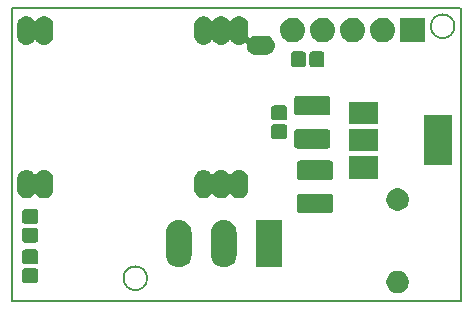
<source format=gbr>
G04 #@! TF.GenerationSoftware,KiCad,Pcbnew,(5.0.0)*
G04 #@! TF.CreationDate,2019-01-26T11:16:20+03:00*
G04 #@! TF.ProjectId,stm32mc,73746D33326D632E6B696361645F7063,rev?*
G04 #@! TF.SameCoordinates,Original*
G04 #@! TF.FileFunction,Soldermask,Top*
G04 #@! TF.FilePolarity,Negative*
%FSLAX46Y46*%
G04 Gerber Fmt 4.6, Leading zero omitted, Abs format (unit mm)*
G04 Created by KiCad (PCBNEW (5.0.0)) date 01/26/19 11:16:20*
%MOMM*%
%LPD*%
G01*
G04 APERTURE LIST*
%ADD10C,0.150000*%
%ADD11C,0.100000*%
G04 APERTURE END LIST*
D10*
X58531000Y-19050000D02*
G75*
G03X58531000Y-19050000I-1000000J0D01*
G01*
X32512000Y-40386000D02*
G75*
G03X32512000Y-40386000I-1000000J0D01*
G01*
X59055000Y-42291000D02*
X59055000Y-17526000D01*
X59024000Y-17507000D02*
X21082000Y-17526000D01*
X21082000Y-42291000D02*
X59055000Y-42291000D01*
X21082000Y-17526000D02*
X21082000Y-42291000D01*
D11*
G36*
X53860452Y-39775127D02*
X53998105Y-39802508D01*
X54170994Y-39874121D01*
X54326590Y-39978087D01*
X54458913Y-40110410D01*
X54562879Y-40266006D01*
X54634492Y-40438895D01*
X54671000Y-40622433D01*
X54671000Y-40809567D01*
X54634492Y-40993105D01*
X54562879Y-41165994D01*
X54458913Y-41321590D01*
X54326590Y-41453913D01*
X54170994Y-41557879D01*
X53998105Y-41629492D01*
X53860452Y-41656873D01*
X53814568Y-41666000D01*
X53627432Y-41666000D01*
X53581548Y-41656873D01*
X53443895Y-41629492D01*
X53271006Y-41557879D01*
X53115410Y-41453913D01*
X52983087Y-41321590D01*
X52879121Y-41165994D01*
X52807508Y-40993105D01*
X52771000Y-40809567D01*
X52771000Y-40622433D01*
X52807508Y-40438895D01*
X52879121Y-40266006D01*
X52983087Y-40110410D01*
X53115410Y-39978087D01*
X53271006Y-39874121D01*
X53443895Y-39802508D01*
X53581548Y-39775127D01*
X53627432Y-39766000D01*
X53814568Y-39766000D01*
X53860452Y-39775127D01*
X53860452Y-39775127D01*
G37*
G36*
X23074622Y-39525517D02*
X23122585Y-39540066D01*
X23166775Y-39563686D01*
X23205518Y-39595482D01*
X23237314Y-39634225D01*
X23260934Y-39678415D01*
X23275483Y-39726378D01*
X23281000Y-39782391D01*
X23281000Y-40532609D01*
X23275483Y-40588622D01*
X23260934Y-40636585D01*
X23237314Y-40680775D01*
X23205518Y-40719518D01*
X23166775Y-40751314D01*
X23122585Y-40774934D01*
X23074622Y-40789483D01*
X23018609Y-40795000D01*
X22193391Y-40795000D01*
X22137378Y-40789483D01*
X22089415Y-40774934D01*
X22045225Y-40751314D01*
X22006482Y-40719518D01*
X21974686Y-40680775D01*
X21951066Y-40636585D01*
X21936517Y-40588622D01*
X21931000Y-40532609D01*
X21931000Y-39782391D01*
X21936517Y-39726378D01*
X21951066Y-39678415D01*
X21974686Y-39634225D01*
X22006482Y-39595482D01*
X22045225Y-39563686D01*
X22089415Y-39540066D01*
X22137378Y-39525517D01*
X22193391Y-39520000D01*
X23018609Y-39520000D01*
X23074622Y-39525517D01*
X23074622Y-39525517D01*
G37*
G36*
X39204639Y-35480916D02*
X39411986Y-35543815D01*
X39411988Y-35543816D01*
X39603084Y-35645958D01*
X39770581Y-35783419D01*
X39908042Y-35950916D01*
X39993643Y-36111066D01*
X40010185Y-36142014D01*
X40029360Y-36205225D01*
X40073084Y-36349362D01*
X40089000Y-36510964D01*
X40089000Y-38419036D01*
X40073084Y-38580638D01*
X40010184Y-38787988D01*
X39908042Y-38979084D01*
X39770581Y-39146581D01*
X39603084Y-39284042D01*
X39411987Y-39386184D01*
X39411985Y-39386185D01*
X39204638Y-39449084D01*
X38989000Y-39470322D01*
X38773361Y-39449084D01*
X38566014Y-39386185D01*
X38566012Y-39386184D01*
X38374916Y-39284042D01*
X38207419Y-39146581D01*
X38069958Y-38979084D01*
X37967816Y-38787987D01*
X37904917Y-38580639D01*
X37904916Y-38580638D01*
X37889000Y-38419037D01*
X37889000Y-36510963D01*
X37904917Y-36349361D01*
X37967816Y-36142014D01*
X37984358Y-36111066D01*
X38069959Y-35950916D01*
X38207420Y-35783419D01*
X38374917Y-35645958D01*
X38566013Y-35543816D01*
X38566015Y-35543815D01*
X38773362Y-35480916D01*
X38989000Y-35459678D01*
X39204639Y-35480916D01*
X39204639Y-35480916D01*
G37*
G36*
X35394639Y-35480916D02*
X35601986Y-35543815D01*
X35601988Y-35543816D01*
X35793084Y-35645958D01*
X35960581Y-35783419D01*
X36098042Y-35950916D01*
X36183643Y-36111066D01*
X36200185Y-36142014D01*
X36219360Y-36205225D01*
X36263084Y-36349362D01*
X36279000Y-36510964D01*
X36279000Y-38419036D01*
X36263084Y-38580638D01*
X36200184Y-38787988D01*
X36098042Y-38979084D01*
X35960581Y-39146581D01*
X35793084Y-39284042D01*
X35601987Y-39386184D01*
X35601985Y-39386185D01*
X35394638Y-39449084D01*
X35179000Y-39470322D01*
X34963361Y-39449084D01*
X34756014Y-39386185D01*
X34756012Y-39386184D01*
X34564916Y-39284042D01*
X34397419Y-39146581D01*
X34259958Y-38979084D01*
X34157816Y-38787987D01*
X34094917Y-38580639D01*
X34094916Y-38580638D01*
X34079000Y-38419037D01*
X34079000Y-36510963D01*
X34094917Y-36349361D01*
X34157816Y-36142014D01*
X34174358Y-36111066D01*
X34259959Y-35950916D01*
X34397420Y-35783419D01*
X34564917Y-35645958D01*
X34756013Y-35543816D01*
X34756015Y-35543815D01*
X34963362Y-35480916D01*
X35179000Y-35459678D01*
X35394639Y-35480916D01*
X35394639Y-35480916D01*
G37*
G36*
X43899000Y-39465000D02*
X41699000Y-39465000D01*
X41699000Y-35465000D01*
X43899000Y-35465000D01*
X43899000Y-39465000D01*
X43899000Y-39465000D01*
G37*
G36*
X23074622Y-37950517D02*
X23122585Y-37965066D01*
X23166775Y-37988686D01*
X23205518Y-38020482D01*
X23237314Y-38059225D01*
X23260934Y-38103415D01*
X23275483Y-38151378D01*
X23281000Y-38207391D01*
X23281000Y-38957609D01*
X23275483Y-39013622D01*
X23260934Y-39061585D01*
X23237314Y-39105775D01*
X23205518Y-39144518D01*
X23166775Y-39176314D01*
X23122585Y-39199934D01*
X23074622Y-39214483D01*
X23018609Y-39220000D01*
X22193391Y-39220000D01*
X22137378Y-39214483D01*
X22089415Y-39199934D01*
X22045225Y-39176314D01*
X22006482Y-39144518D01*
X21974686Y-39105775D01*
X21951066Y-39061585D01*
X21936517Y-39013622D01*
X21931000Y-38957609D01*
X21931000Y-38207391D01*
X21936517Y-38151378D01*
X21951066Y-38103415D01*
X21974686Y-38059225D01*
X22006482Y-38020482D01*
X22045225Y-37988686D01*
X22089415Y-37965066D01*
X22137378Y-37950517D01*
X22193391Y-37945000D01*
X23018609Y-37945000D01*
X23074622Y-37950517D01*
X23074622Y-37950517D01*
G37*
G36*
X23074622Y-36096517D02*
X23122585Y-36111066D01*
X23166775Y-36134686D01*
X23205518Y-36166482D01*
X23237314Y-36205225D01*
X23260934Y-36249415D01*
X23275483Y-36297378D01*
X23281000Y-36353391D01*
X23281000Y-37103609D01*
X23275483Y-37159622D01*
X23260934Y-37207585D01*
X23237314Y-37251775D01*
X23205518Y-37290518D01*
X23166775Y-37322314D01*
X23122585Y-37345934D01*
X23074622Y-37360483D01*
X23018609Y-37366000D01*
X22193391Y-37366000D01*
X22137378Y-37360483D01*
X22089415Y-37345934D01*
X22045225Y-37322314D01*
X22006482Y-37290518D01*
X21974686Y-37251775D01*
X21951066Y-37207585D01*
X21936517Y-37159622D01*
X21931000Y-37103609D01*
X21931000Y-36353391D01*
X21936517Y-36297378D01*
X21951066Y-36249415D01*
X21974686Y-36205225D01*
X22006482Y-36166482D01*
X22045225Y-36134686D01*
X22089415Y-36111066D01*
X22137378Y-36096517D01*
X22193391Y-36091000D01*
X23018609Y-36091000D01*
X23074622Y-36096517D01*
X23074622Y-36096517D01*
G37*
G36*
X23074622Y-34521517D02*
X23122585Y-34536066D01*
X23166775Y-34559686D01*
X23205518Y-34591482D01*
X23237314Y-34630225D01*
X23260934Y-34674415D01*
X23275483Y-34722378D01*
X23281000Y-34778391D01*
X23281000Y-35528609D01*
X23275483Y-35584622D01*
X23260934Y-35632585D01*
X23237314Y-35676775D01*
X23205518Y-35715518D01*
X23166775Y-35747314D01*
X23122585Y-35770934D01*
X23074622Y-35785483D01*
X23018609Y-35791000D01*
X22193391Y-35791000D01*
X22137378Y-35785483D01*
X22089415Y-35770934D01*
X22045225Y-35747314D01*
X22006482Y-35715518D01*
X21974686Y-35676775D01*
X21951066Y-35632585D01*
X21936517Y-35584622D01*
X21931000Y-35528609D01*
X21931000Y-34778391D01*
X21936517Y-34722378D01*
X21951066Y-34674415D01*
X21974686Y-34630225D01*
X22006482Y-34591482D01*
X22045225Y-34559686D01*
X22089415Y-34536066D01*
X22137378Y-34521517D01*
X22193391Y-34516000D01*
X23018609Y-34516000D01*
X23074622Y-34521517D01*
X23074622Y-34521517D01*
G37*
G36*
X48055628Y-33219493D02*
X48103354Y-33233970D01*
X48147336Y-33257479D01*
X48185885Y-33289115D01*
X48217521Y-33327664D01*
X48241030Y-33371646D01*
X48255507Y-33419372D01*
X48261000Y-33475141D01*
X48261000Y-34602859D01*
X48255507Y-34658628D01*
X48241030Y-34706354D01*
X48217521Y-34750336D01*
X48185885Y-34788885D01*
X48147336Y-34820521D01*
X48103354Y-34844030D01*
X48055628Y-34858507D01*
X47999859Y-34864000D01*
X45472141Y-34864000D01*
X45416372Y-34858507D01*
X45368646Y-34844030D01*
X45324664Y-34820521D01*
X45286115Y-34788885D01*
X45254479Y-34750336D01*
X45230970Y-34706354D01*
X45216493Y-34658628D01*
X45211000Y-34602859D01*
X45211000Y-33475141D01*
X45216493Y-33419372D01*
X45230970Y-33371646D01*
X45254479Y-33327664D01*
X45286115Y-33289115D01*
X45324664Y-33257479D01*
X45368646Y-33233970D01*
X45416372Y-33219493D01*
X45472141Y-33214000D01*
X47999859Y-33214000D01*
X48055628Y-33219493D01*
X48055628Y-33219493D01*
G37*
G36*
X53860451Y-32775127D02*
X53998105Y-32802508D01*
X54170994Y-32874121D01*
X54326590Y-32978087D01*
X54458913Y-33110410D01*
X54562879Y-33266006D01*
X54634492Y-33438895D01*
X54655399Y-33544000D01*
X54665827Y-33596424D01*
X54671000Y-33622433D01*
X54671000Y-33809567D01*
X54634492Y-33993105D01*
X54562879Y-34165994D01*
X54458913Y-34321590D01*
X54326590Y-34453913D01*
X54170994Y-34557879D01*
X53998105Y-34629492D01*
X53860451Y-34656873D01*
X53814568Y-34666000D01*
X53627432Y-34666000D01*
X53581549Y-34656873D01*
X53443895Y-34629492D01*
X53271006Y-34557879D01*
X53115410Y-34453913D01*
X52983087Y-34321590D01*
X52879121Y-34165994D01*
X52807508Y-33993105D01*
X52771000Y-33809567D01*
X52771000Y-33622433D01*
X52776174Y-33596424D01*
X52786601Y-33544000D01*
X52807508Y-33438895D01*
X52879121Y-33266006D01*
X52983087Y-33110410D01*
X53115410Y-32978087D01*
X53271006Y-32874121D01*
X53443895Y-32802508D01*
X53581549Y-32775127D01*
X53627432Y-32766000D01*
X53814568Y-32766000D01*
X53860451Y-32775127D01*
X53860451Y-32775127D01*
G37*
G36*
X40434826Y-31219576D02*
X40510227Y-31242449D01*
X40585628Y-31265321D01*
X40724604Y-31339606D01*
X40724606Y-31339607D01*
X40724605Y-31339607D01*
X40846422Y-31439578D01*
X40846423Y-31439580D01*
X40846425Y-31439581D01*
X40946392Y-31561392D01*
X41020679Y-31700371D01*
X41030880Y-31734000D01*
X41066424Y-31851173D01*
X41078000Y-31968707D01*
X41078000Y-32847293D01*
X41066424Y-32964827D01*
X41062401Y-32978089D01*
X41020679Y-33115629D01*
X40946392Y-33254608D01*
X40846422Y-33376422D01*
X40724608Y-33476392D01*
X40585629Y-33550679D01*
X40510227Y-33573552D01*
X40434827Y-33596424D01*
X40278000Y-33611870D01*
X40121174Y-33596424D01*
X40045774Y-33573552D01*
X39970372Y-33550679D01*
X39831393Y-33476392D01*
X39709579Y-33376422D01*
X39624627Y-33272908D01*
X39607300Y-33255581D01*
X39586926Y-33241967D01*
X39564287Y-33232589D01*
X39540253Y-33227809D01*
X39515749Y-33227809D01*
X39491716Y-33232589D01*
X39469076Y-33241967D01*
X39448702Y-33255581D01*
X39431375Y-33272907D01*
X39367009Y-33351336D01*
X39350342Y-33371646D01*
X39346420Y-33376424D01*
X39224608Y-33476392D01*
X39085629Y-33550679D01*
X39010227Y-33573552D01*
X38934827Y-33596424D01*
X38778000Y-33611870D01*
X38621174Y-33596424D01*
X38545774Y-33573552D01*
X38470372Y-33550679D01*
X38331393Y-33476392D01*
X38209579Y-33376422D01*
X38124627Y-33272908D01*
X38107300Y-33255581D01*
X38086926Y-33241967D01*
X38064287Y-33232589D01*
X38040253Y-33227809D01*
X38015749Y-33227809D01*
X37991716Y-33232589D01*
X37969076Y-33241967D01*
X37948702Y-33255581D01*
X37931375Y-33272907D01*
X37867009Y-33351336D01*
X37850342Y-33371646D01*
X37846420Y-33376424D01*
X37724608Y-33476392D01*
X37585629Y-33550679D01*
X37510227Y-33573552D01*
X37434827Y-33596424D01*
X37278000Y-33611870D01*
X37121174Y-33596424D01*
X37045774Y-33573552D01*
X36970372Y-33550679D01*
X36831393Y-33476392D01*
X36709579Y-33376422D01*
X36609609Y-33254608D01*
X36535322Y-33115629D01*
X36493600Y-32978089D01*
X36489577Y-32964827D01*
X36480643Y-32874122D01*
X36478000Y-32847294D01*
X36478000Y-31968706D01*
X36489576Y-31851175D01*
X36489577Y-31851173D01*
X36535321Y-31700373D01*
X36535321Y-31700372D01*
X36609606Y-31561396D01*
X36709576Y-31439581D01*
X36709578Y-31439578D01*
X36709580Y-31439577D01*
X36709581Y-31439575D01*
X36831392Y-31339608D01*
X36970371Y-31265321D01*
X37045772Y-31242449D01*
X37121173Y-31219576D01*
X37278000Y-31204130D01*
X37434826Y-31219576D01*
X37510227Y-31242449D01*
X37585628Y-31265321D01*
X37724604Y-31339606D01*
X37724606Y-31339607D01*
X37724605Y-31339607D01*
X37846422Y-31439578D01*
X37846423Y-31439580D01*
X37846425Y-31439581D01*
X37931374Y-31543092D01*
X37948701Y-31560419D01*
X37969075Y-31574033D01*
X37991714Y-31583411D01*
X38015748Y-31588191D01*
X38040252Y-31588191D01*
X38064285Y-31583411D01*
X38086925Y-31574033D01*
X38107299Y-31560419D01*
X38124626Y-31543092D01*
X38209578Y-31439578D01*
X38331392Y-31339608D01*
X38470371Y-31265321D01*
X38545772Y-31242449D01*
X38621173Y-31219576D01*
X38778000Y-31204130D01*
X38934826Y-31219576D01*
X39010227Y-31242449D01*
X39085628Y-31265321D01*
X39224604Y-31339606D01*
X39224606Y-31339607D01*
X39224605Y-31339607D01*
X39346422Y-31439578D01*
X39346423Y-31439580D01*
X39346425Y-31439581D01*
X39431374Y-31543092D01*
X39448701Y-31560419D01*
X39469075Y-31574033D01*
X39491714Y-31583411D01*
X39515748Y-31588191D01*
X39540252Y-31588191D01*
X39564285Y-31583411D01*
X39586925Y-31574033D01*
X39607299Y-31560419D01*
X39624626Y-31543092D01*
X39709578Y-31439578D01*
X39831392Y-31339608D01*
X39970371Y-31265321D01*
X40045772Y-31242449D01*
X40121173Y-31219576D01*
X40278000Y-31204130D01*
X40434826Y-31219576D01*
X40434826Y-31219576D01*
G37*
G36*
X23934826Y-31219576D02*
X24010227Y-31242449D01*
X24085628Y-31265321D01*
X24224604Y-31339606D01*
X24224606Y-31339607D01*
X24224605Y-31339607D01*
X24346422Y-31439578D01*
X24346423Y-31439580D01*
X24346425Y-31439581D01*
X24446392Y-31561392D01*
X24520679Y-31700371D01*
X24530880Y-31734000D01*
X24566424Y-31851173D01*
X24578000Y-31968707D01*
X24578000Y-32847293D01*
X24566424Y-32964827D01*
X24562401Y-32978089D01*
X24520679Y-33115629D01*
X24446392Y-33254608D01*
X24346422Y-33376422D01*
X24224608Y-33476392D01*
X24085629Y-33550679D01*
X24010227Y-33573552D01*
X23934827Y-33596424D01*
X23778000Y-33611870D01*
X23621174Y-33596424D01*
X23545774Y-33573552D01*
X23470372Y-33550679D01*
X23331393Y-33476392D01*
X23209579Y-33376422D01*
X23124627Y-33272908D01*
X23107300Y-33255581D01*
X23086926Y-33241967D01*
X23064287Y-33232589D01*
X23040253Y-33227809D01*
X23015749Y-33227809D01*
X22991716Y-33232589D01*
X22969076Y-33241967D01*
X22948702Y-33255581D01*
X22931375Y-33272907D01*
X22867009Y-33351336D01*
X22850342Y-33371646D01*
X22846420Y-33376424D01*
X22724608Y-33476392D01*
X22585629Y-33550679D01*
X22510227Y-33573552D01*
X22434827Y-33596424D01*
X22278000Y-33611870D01*
X22121174Y-33596424D01*
X22045774Y-33573552D01*
X21970372Y-33550679D01*
X21831393Y-33476392D01*
X21709579Y-33376422D01*
X21609609Y-33254608D01*
X21535322Y-33115629D01*
X21493600Y-32978089D01*
X21489577Y-32964827D01*
X21480643Y-32874122D01*
X21478000Y-32847294D01*
X21478000Y-31968706D01*
X21489576Y-31851175D01*
X21489577Y-31851173D01*
X21535321Y-31700373D01*
X21535321Y-31700372D01*
X21609606Y-31561396D01*
X21709576Y-31439581D01*
X21709578Y-31439578D01*
X21709580Y-31439577D01*
X21709581Y-31439575D01*
X21831392Y-31339608D01*
X21970371Y-31265321D01*
X22045772Y-31242449D01*
X22121173Y-31219576D01*
X22278000Y-31204130D01*
X22434826Y-31219576D01*
X22510227Y-31242449D01*
X22585628Y-31265321D01*
X22724604Y-31339606D01*
X22724606Y-31339607D01*
X22724605Y-31339607D01*
X22846422Y-31439578D01*
X22846423Y-31439580D01*
X22846425Y-31439581D01*
X22931374Y-31543092D01*
X22948701Y-31560419D01*
X22969075Y-31574033D01*
X22991714Y-31583411D01*
X23015748Y-31588191D01*
X23040252Y-31588191D01*
X23064285Y-31583411D01*
X23086925Y-31574033D01*
X23107299Y-31560419D01*
X23124626Y-31543092D01*
X23209578Y-31439578D01*
X23331392Y-31339608D01*
X23470371Y-31265321D01*
X23545772Y-31242449D01*
X23621173Y-31219576D01*
X23778000Y-31204130D01*
X23934826Y-31219576D01*
X23934826Y-31219576D01*
G37*
G36*
X48055628Y-30419493D02*
X48103354Y-30433970D01*
X48147336Y-30457479D01*
X48185885Y-30489115D01*
X48217521Y-30527664D01*
X48241030Y-30571646D01*
X48255507Y-30619372D01*
X48261000Y-30675141D01*
X48261000Y-31802859D01*
X48255507Y-31858628D01*
X48241030Y-31906354D01*
X48217521Y-31950336D01*
X48185885Y-31988885D01*
X48147336Y-32020521D01*
X48103354Y-32044030D01*
X48055628Y-32058507D01*
X47999859Y-32064000D01*
X45472141Y-32064000D01*
X45416372Y-32058507D01*
X45368646Y-32044030D01*
X45324664Y-32020521D01*
X45286115Y-31988885D01*
X45254479Y-31950336D01*
X45230970Y-31906354D01*
X45216493Y-31858628D01*
X45211000Y-31802859D01*
X45211000Y-30675141D01*
X45216493Y-30619372D01*
X45230970Y-30571646D01*
X45254479Y-30527664D01*
X45286115Y-30489115D01*
X45324664Y-30457479D01*
X45368646Y-30433970D01*
X45416372Y-30419493D01*
X45472141Y-30414000D01*
X47999859Y-30414000D01*
X48055628Y-30419493D01*
X48055628Y-30419493D01*
G37*
G36*
X52025000Y-31952000D02*
X49625000Y-31952000D01*
X49625000Y-30052000D01*
X52025000Y-30052000D01*
X52025000Y-31952000D01*
X52025000Y-31952000D01*
G37*
G36*
X58325000Y-30802000D02*
X55925000Y-30802000D01*
X55925000Y-26602000D01*
X58325000Y-26602000D01*
X58325000Y-30802000D01*
X58325000Y-30802000D01*
G37*
G36*
X52025000Y-29652000D02*
X49625000Y-29652000D01*
X49625000Y-27752000D01*
X52025000Y-27752000D01*
X52025000Y-29652000D01*
X52025000Y-29652000D01*
G37*
G36*
X47801628Y-27758493D02*
X47849354Y-27772970D01*
X47893336Y-27796479D01*
X47931885Y-27828115D01*
X47963521Y-27866664D01*
X47987030Y-27910646D01*
X48001507Y-27958372D01*
X48007000Y-28014141D01*
X48007000Y-29141859D01*
X48001507Y-29197628D01*
X47987030Y-29245354D01*
X47963521Y-29289336D01*
X47931885Y-29327885D01*
X47893336Y-29359521D01*
X47849354Y-29383030D01*
X47801628Y-29397507D01*
X47745859Y-29403000D01*
X45218141Y-29403000D01*
X45162372Y-29397507D01*
X45114646Y-29383030D01*
X45070664Y-29359521D01*
X45032115Y-29327885D01*
X45000479Y-29289336D01*
X44976970Y-29245354D01*
X44962493Y-29197628D01*
X44957000Y-29141859D01*
X44957000Y-28014141D01*
X44962493Y-27958372D01*
X44976970Y-27910646D01*
X45000479Y-27866664D01*
X45032115Y-27828115D01*
X45070664Y-27796479D01*
X45114646Y-27772970D01*
X45162372Y-27758493D01*
X45218141Y-27753000D01*
X47745859Y-27753000D01*
X47801628Y-27758493D01*
X47801628Y-27758493D01*
G37*
G36*
X44156622Y-27333517D02*
X44204585Y-27348066D01*
X44248775Y-27371686D01*
X44287518Y-27403482D01*
X44319314Y-27442225D01*
X44342934Y-27486415D01*
X44357483Y-27534378D01*
X44363000Y-27590391D01*
X44363000Y-28340609D01*
X44357483Y-28396622D01*
X44342934Y-28444585D01*
X44319314Y-28488775D01*
X44287518Y-28527518D01*
X44248775Y-28559314D01*
X44204585Y-28582934D01*
X44156622Y-28597483D01*
X44100609Y-28603000D01*
X43275391Y-28603000D01*
X43219378Y-28597483D01*
X43171415Y-28582934D01*
X43127225Y-28559314D01*
X43088482Y-28527518D01*
X43056686Y-28488775D01*
X43033066Y-28444585D01*
X43018517Y-28396622D01*
X43013000Y-28340609D01*
X43013000Y-27590391D01*
X43018517Y-27534378D01*
X43033066Y-27486415D01*
X43056686Y-27442225D01*
X43088482Y-27403482D01*
X43127225Y-27371686D01*
X43171415Y-27348066D01*
X43219378Y-27333517D01*
X43275391Y-27328000D01*
X44100609Y-27328000D01*
X44156622Y-27333517D01*
X44156622Y-27333517D01*
G37*
G36*
X52025000Y-27352000D02*
X49625000Y-27352000D01*
X49625000Y-25452000D01*
X52025000Y-25452000D01*
X52025000Y-27352000D01*
X52025000Y-27352000D01*
G37*
G36*
X44156622Y-25758517D02*
X44204585Y-25773066D01*
X44248775Y-25796686D01*
X44287518Y-25828482D01*
X44319314Y-25867225D01*
X44342934Y-25911415D01*
X44357483Y-25959378D01*
X44363000Y-26015391D01*
X44363000Y-26765609D01*
X44357483Y-26821622D01*
X44342934Y-26869585D01*
X44319314Y-26913775D01*
X44287518Y-26952518D01*
X44248775Y-26984314D01*
X44204585Y-27007934D01*
X44156622Y-27022483D01*
X44100609Y-27028000D01*
X43275391Y-27028000D01*
X43219378Y-27022483D01*
X43171415Y-27007934D01*
X43127225Y-26984314D01*
X43088482Y-26952518D01*
X43056686Y-26913775D01*
X43033066Y-26869585D01*
X43018517Y-26821622D01*
X43013000Y-26765609D01*
X43013000Y-26015391D01*
X43018517Y-25959378D01*
X43033066Y-25911415D01*
X43056686Y-25867225D01*
X43088482Y-25828482D01*
X43127225Y-25796686D01*
X43171415Y-25773066D01*
X43219378Y-25758517D01*
X43275391Y-25753000D01*
X44100609Y-25753000D01*
X44156622Y-25758517D01*
X44156622Y-25758517D01*
G37*
G36*
X47801628Y-24958493D02*
X47849354Y-24972970D01*
X47893336Y-24996479D01*
X47931885Y-25028115D01*
X47963521Y-25066664D01*
X47987030Y-25110646D01*
X48001507Y-25158372D01*
X48007000Y-25214141D01*
X48007000Y-26341859D01*
X48001507Y-26397628D01*
X47987030Y-26445354D01*
X47963521Y-26489336D01*
X47931885Y-26527885D01*
X47893336Y-26559521D01*
X47849354Y-26583030D01*
X47801628Y-26597507D01*
X47745859Y-26603000D01*
X45218141Y-26603000D01*
X45162372Y-26597507D01*
X45114646Y-26583030D01*
X45070664Y-26559521D01*
X45032115Y-26527885D01*
X45000479Y-26489336D01*
X44976970Y-26445354D01*
X44962493Y-26397628D01*
X44957000Y-26341859D01*
X44957000Y-25214141D01*
X44962493Y-25158372D01*
X44976970Y-25110646D01*
X45000479Y-25066664D01*
X45032115Y-25028115D01*
X45070664Y-24996479D01*
X45114646Y-24972970D01*
X45162372Y-24958493D01*
X45218141Y-24953000D01*
X47745859Y-24953000D01*
X47801628Y-24958493D01*
X47801628Y-24958493D01*
G37*
G36*
X47319622Y-21174517D02*
X47367585Y-21189066D01*
X47411775Y-21212686D01*
X47450518Y-21244482D01*
X47482314Y-21283225D01*
X47505934Y-21327415D01*
X47520483Y-21375378D01*
X47526000Y-21431391D01*
X47526000Y-22256609D01*
X47520483Y-22312622D01*
X47505934Y-22360585D01*
X47482314Y-22404775D01*
X47450518Y-22443518D01*
X47411775Y-22475314D01*
X47367585Y-22498934D01*
X47319622Y-22513483D01*
X47263609Y-22519000D01*
X46513391Y-22519000D01*
X46457378Y-22513483D01*
X46409415Y-22498934D01*
X46365225Y-22475314D01*
X46326482Y-22443518D01*
X46294686Y-22404775D01*
X46271066Y-22360585D01*
X46256517Y-22312622D01*
X46251000Y-22256609D01*
X46251000Y-21431391D01*
X46256517Y-21375378D01*
X46271066Y-21327415D01*
X46294686Y-21283225D01*
X46326482Y-21244482D01*
X46365225Y-21212686D01*
X46409415Y-21189066D01*
X46457378Y-21174517D01*
X46513391Y-21169000D01*
X47263609Y-21169000D01*
X47319622Y-21174517D01*
X47319622Y-21174517D01*
G37*
G36*
X45744622Y-21174517D02*
X45792585Y-21189066D01*
X45836775Y-21212686D01*
X45875518Y-21244482D01*
X45907314Y-21283225D01*
X45930934Y-21327415D01*
X45945483Y-21375378D01*
X45951000Y-21431391D01*
X45951000Y-22256609D01*
X45945483Y-22312622D01*
X45930934Y-22360585D01*
X45907314Y-22404775D01*
X45875518Y-22443518D01*
X45836775Y-22475314D01*
X45792585Y-22498934D01*
X45744622Y-22513483D01*
X45688609Y-22519000D01*
X44938391Y-22519000D01*
X44882378Y-22513483D01*
X44834415Y-22498934D01*
X44790225Y-22475314D01*
X44751482Y-22443518D01*
X44719686Y-22404775D01*
X44696066Y-22360585D01*
X44681517Y-22312622D01*
X44676000Y-22256609D01*
X44676000Y-21431391D01*
X44681517Y-21375378D01*
X44696066Y-21327415D01*
X44719686Y-21283225D01*
X44751482Y-21244482D01*
X44790225Y-21212686D01*
X44834415Y-21189066D01*
X44882378Y-21174517D01*
X44938391Y-21169000D01*
X45688609Y-21169000D01*
X45744622Y-21174517D01*
X45744622Y-21174517D01*
G37*
G36*
X40434826Y-18219576D02*
X40510226Y-18242448D01*
X40585628Y-18265321D01*
X40724604Y-18339606D01*
X40724606Y-18339607D01*
X40724605Y-18339607D01*
X40846422Y-18439578D01*
X40846423Y-18439580D01*
X40846425Y-18439581D01*
X40946392Y-18561392D01*
X41020679Y-18700371D01*
X41066424Y-18851174D01*
X41078000Y-18968705D01*
X41078000Y-19847294D01*
X41074444Y-19883396D01*
X41074444Y-19907900D01*
X41079224Y-19931934D01*
X41088601Y-19954573D01*
X41102215Y-19974948D01*
X41119542Y-19992275D01*
X41139917Y-20005889D01*
X41162556Y-20015266D01*
X41186589Y-20020047D01*
X41211093Y-20020047D01*
X41235127Y-20015267D01*
X41257766Y-20005890D01*
X41278140Y-19992276D01*
X41281392Y-19989608D01*
X41420371Y-19915321D01*
X41525615Y-19883396D01*
X41571173Y-19869576D01*
X41610351Y-19865717D01*
X41688705Y-19858000D01*
X42567295Y-19858000D01*
X42645649Y-19865717D01*
X42684827Y-19869576D01*
X42730385Y-19883396D01*
X42835629Y-19915321D01*
X42974608Y-19989608D01*
X43096422Y-20089578D01*
X43196392Y-20211392D01*
X43270679Y-20350371D01*
X43316424Y-20501174D01*
X43331870Y-20658000D01*
X43316424Y-20814826D01*
X43270679Y-20965629D01*
X43196392Y-21104608D01*
X43096422Y-21226422D01*
X42974608Y-21326392D01*
X42835629Y-21400679D01*
X42760228Y-21423551D01*
X42684827Y-21446424D01*
X42645649Y-21450283D01*
X42567295Y-21458000D01*
X41688705Y-21458000D01*
X41610351Y-21450283D01*
X41571173Y-21446424D01*
X41495772Y-21423551D01*
X41420371Y-21400679D01*
X41281392Y-21326392D01*
X41159578Y-21226422D01*
X41059608Y-21104608D01*
X40985321Y-20965629D01*
X40939576Y-20814826D01*
X40924130Y-20658000D01*
X40931556Y-20582604D01*
X40931556Y-20558099D01*
X40926776Y-20534066D01*
X40917398Y-20511427D01*
X40903785Y-20491052D01*
X40886458Y-20473725D01*
X40866083Y-20460111D01*
X40843444Y-20450734D01*
X40819411Y-20445953D01*
X40794906Y-20445953D01*
X40770873Y-20450733D01*
X40748234Y-20460111D01*
X40727860Y-20473724D01*
X40724608Y-20476392D01*
X40585629Y-20550679D01*
X40561168Y-20558099D01*
X40434827Y-20596424D01*
X40278000Y-20611870D01*
X40121174Y-20596424D01*
X39994833Y-20558099D01*
X39970372Y-20550679D01*
X39831393Y-20476392D01*
X39709579Y-20376422D01*
X39624627Y-20272908D01*
X39607300Y-20255581D01*
X39586926Y-20241967D01*
X39564287Y-20232589D01*
X39540253Y-20227809D01*
X39515749Y-20227809D01*
X39491716Y-20232589D01*
X39469076Y-20241967D01*
X39448702Y-20255581D01*
X39431375Y-20272907D01*
X39346420Y-20376424D01*
X39224608Y-20476392D01*
X39085629Y-20550679D01*
X39061168Y-20558099D01*
X38934827Y-20596424D01*
X38778000Y-20611870D01*
X38621174Y-20596424D01*
X38494833Y-20558099D01*
X38470372Y-20550679D01*
X38331393Y-20476392D01*
X38209579Y-20376422D01*
X38124627Y-20272908D01*
X38107300Y-20255581D01*
X38086926Y-20241967D01*
X38064287Y-20232589D01*
X38040253Y-20227809D01*
X38015749Y-20227809D01*
X37991716Y-20232589D01*
X37969076Y-20241967D01*
X37948702Y-20255581D01*
X37931375Y-20272907D01*
X37846420Y-20376424D01*
X37724608Y-20476392D01*
X37585629Y-20550679D01*
X37561168Y-20558099D01*
X37434827Y-20596424D01*
X37278000Y-20611870D01*
X37121174Y-20596424D01*
X36994833Y-20558099D01*
X36970372Y-20550679D01*
X36831393Y-20476392D01*
X36709579Y-20376422D01*
X36609609Y-20254608D01*
X36535322Y-20115629D01*
X36489577Y-19964826D01*
X36478000Y-19847294D01*
X36478000Y-18968706D01*
X36489576Y-18851175D01*
X36489577Y-18851173D01*
X36535321Y-18700373D01*
X36535321Y-18700372D01*
X36609606Y-18561396D01*
X36709576Y-18439581D01*
X36709578Y-18439578D01*
X36709580Y-18439577D01*
X36709581Y-18439575D01*
X36831392Y-18339608D01*
X36970371Y-18265321D01*
X37045772Y-18242449D01*
X37121173Y-18219576D01*
X37278000Y-18204130D01*
X37434826Y-18219576D01*
X37510226Y-18242448D01*
X37585628Y-18265321D01*
X37724604Y-18339606D01*
X37724606Y-18339607D01*
X37724605Y-18339607D01*
X37846422Y-18439578D01*
X37846423Y-18439580D01*
X37846425Y-18439581D01*
X37931374Y-18543092D01*
X37948701Y-18560419D01*
X37969075Y-18574033D01*
X37991714Y-18583411D01*
X38015748Y-18588191D01*
X38040252Y-18588191D01*
X38064285Y-18583411D01*
X38086925Y-18574033D01*
X38107299Y-18560419D01*
X38124626Y-18543092D01*
X38209578Y-18439578D01*
X38331392Y-18339608D01*
X38470371Y-18265321D01*
X38545772Y-18242449D01*
X38621173Y-18219576D01*
X38778000Y-18204130D01*
X38934826Y-18219576D01*
X39010226Y-18242448D01*
X39085628Y-18265321D01*
X39224604Y-18339606D01*
X39224606Y-18339607D01*
X39224605Y-18339607D01*
X39346422Y-18439578D01*
X39346423Y-18439580D01*
X39346425Y-18439581D01*
X39431374Y-18543092D01*
X39448701Y-18560419D01*
X39469075Y-18574033D01*
X39491714Y-18583411D01*
X39515748Y-18588191D01*
X39540252Y-18588191D01*
X39564285Y-18583411D01*
X39586925Y-18574033D01*
X39607299Y-18560419D01*
X39624626Y-18543092D01*
X39709578Y-18439578D01*
X39831392Y-18339608D01*
X39970371Y-18265321D01*
X40045772Y-18242449D01*
X40121173Y-18219576D01*
X40278000Y-18204130D01*
X40434826Y-18219576D01*
X40434826Y-18219576D01*
G37*
G36*
X23934826Y-18219576D02*
X24010226Y-18242448D01*
X24085628Y-18265321D01*
X24224604Y-18339606D01*
X24224606Y-18339607D01*
X24224605Y-18339607D01*
X24346422Y-18439578D01*
X24346423Y-18439580D01*
X24346425Y-18439581D01*
X24446392Y-18561392D01*
X24520679Y-18700371D01*
X24566424Y-18851174D01*
X24578000Y-18968705D01*
X24578000Y-19847295D01*
X24566424Y-19964826D01*
X24520679Y-20115629D01*
X24446392Y-20254608D01*
X24346422Y-20376422D01*
X24224608Y-20476392D01*
X24085629Y-20550679D01*
X24061168Y-20558099D01*
X23934827Y-20596424D01*
X23778000Y-20611870D01*
X23621174Y-20596424D01*
X23494833Y-20558099D01*
X23470372Y-20550679D01*
X23331393Y-20476392D01*
X23209579Y-20376422D01*
X23124627Y-20272908D01*
X23107300Y-20255581D01*
X23086926Y-20241967D01*
X23064287Y-20232589D01*
X23040253Y-20227809D01*
X23015749Y-20227809D01*
X22991716Y-20232589D01*
X22969076Y-20241967D01*
X22948702Y-20255581D01*
X22931375Y-20272907D01*
X22846420Y-20376424D01*
X22724608Y-20476392D01*
X22585629Y-20550679D01*
X22561168Y-20558099D01*
X22434827Y-20596424D01*
X22278000Y-20611870D01*
X22121174Y-20596424D01*
X21994833Y-20558099D01*
X21970372Y-20550679D01*
X21831393Y-20476392D01*
X21709579Y-20376422D01*
X21609609Y-20254608D01*
X21535322Y-20115629D01*
X21489577Y-19964826D01*
X21478000Y-19847294D01*
X21478000Y-18968706D01*
X21489576Y-18851175D01*
X21489577Y-18851173D01*
X21535321Y-18700373D01*
X21535321Y-18700372D01*
X21609606Y-18561396D01*
X21709576Y-18439581D01*
X21709578Y-18439578D01*
X21709580Y-18439577D01*
X21709581Y-18439575D01*
X21831392Y-18339608D01*
X21970371Y-18265321D01*
X22045772Y-18242449D01*
X22121173Y-18219576D01*
X22278000Y-18204130D01*
X22434826Y-18219576D01*
X22510226Y-18242448D01*
X22585628Y-18265321D01*
X22724604Y-18339606D01*
X22724606Y-18339607D01*
X22724605Y-18339607D01*
X22846422Y-18439578D01*
X22846423Y-18439580D01*
X22846425Y-18439581D01*
X22931374Y-18543092D01*
X22948701Y-18560419D01*
X22969075Y-18574033D01*
X22991714Y-18583411D01*
X23015748Y-18588191D01*
X23040252Y-18588191D01*
X23064285Y-18583411D01*
X23086925Y-18574033D01*
X23107299Y-18560419D01*
X23124626Y-18543092D01*
X23209578Y-18439578D01*
X23331392Y-18339608D01*
X23470371Y-18265321D01*
X23545772Y-18242449D01*
X23621173Y-18219576D01*
X23778000Y-18204130D01*
X23934826Y-18219576D01*
X23934826Y-18219576D01*
G37*
G36*
X44959707Y-18325097D02*
X45036836Y-18332693D01*
X45168787Y-18372720D01*
X45234763Y-18392733D01*
X45417172Y-18490233D01*
X45577054Y-18621446D01*
X45708267Y-18781328D01*
X45805767Y-18963737D01*
X45807275Y-18968708D01*
X45865807Y-19161664D01*
X45886080Y-19367500D01*
X45865807Y-19573336D01*
X45825780Y-19705287D01*
X45805767Y-19771263D01*
X45708267Y-19953672D01*
X45577054Y-20113554D01*
X45417172Y-20244767D01*
X45234763Y-20342267D01*
X45168787Y-20362280D01*
X45036836Y-20402307D01*
X44959707Y-20409904D01*
X44882580Y-20417500D01*
X44779420Y-20417500D01*
X44702293Y-20409904D01*
X44625164Y-20402307D01*
X44493213Y-20362280D01*
X44427237Y-20342267D01*
X44244828Y-20244767D01*
X44084946Y-20113554D01*
X43953733Y-19953672D01*
X43856233Y-19771263D01*
X43836220Y-19705287D01*
X43796193Y-19573336D01*
X43775920Y-19367500D01*
X43796193Y-19161664D01*
X43854725Y-18968708D01*
X43856233Y-18963737D01*
X43953733Y-18781328D01*
X44084946Y-18621446D01*
X44244828Y-18490233D01*
X44427237Y-18392733D01*
X44493213Y-18372720D01*
X44625164Y-18332693D01*
X44702293Y-18325097D01*
X44779420Y-18317500D01*
X44882580Y-18317500D01*
X44959707Y-18325097D01*
X44959707Y-18325097D01*
G37*
G36*
X47499707Y-18325097D02*
X47576836Y-18332693D01*
X47708787Y-18372720D01*
X47774763Y-18392733D01*
X47957172Y-18490233D01*
X48117054Y-18621446D01*
X48248267Y-18781328D01*
X48345767Y-18963737D01*
X48347275Y-18968708D01*
X48405807Y-19161664D01*
X48426080Y-19367500D01*
X48405807Y-19573336D01*
X48365780Y-19705287D01*
X48345767Y-19771263D01*
X48248267Y-19953672D01*
X48117054Y-20113554D01*
X47957172Y-20244767D01*
X47774763Y-20342267D01*
X47708787Y-20362280D01*
X47576836Y-20402307D01*
X47499707Y-20409904D01*
X47422580Y-20417500D01*
X47319420Y-20417500D01*
X47242293Y-20409904D01*
X47165164Y-20402307D01*
X47033213Y-20362280D01*
X46967237Y-20342267D01*
X46784828Y-20244767D01*
X46624946Y-20113554D01*
X46493733Y-19953672D01*
X46396233Y-19771263D01*
X46376220Y-19705287D01*
X46336193Y-19573336D01*
X46315920Y-19367500D01*
X46336193Y-19161664D01*
X46394725Y-18968708D01*
X46396233Y-18963737D01*
X46493733Y-18781328D01*
X46624946Y-18621446D01*
X46784828Y-18490233D01*
X46967237Y-18392733D01*
X47033213Y-18372720D01*
X47165164Y-18332693D01*
X47242293Y-18325097D01*
X47319420Y-18317500D01*
X47422580Y-18317500D01*
X47499707Y-18325097D01*
X47499707Y-18325097D01*
G37*
G36*
X50039707Y-18325097D02*
X50116836Y-18332693D01*
X50248787Y-18372720D01*
X50314763Y-18392733D01*
X50497172Y-18490233D01*
X50657054Y-18621446D01*
X50788267Y-18781328D01*
X50885767Y-18963737D01*
X50887275Y-18968708D01*
X50945807Y-19161664D01*
X50966080Y-19367500D01*
X50945807Y-19573336D01*
X50905780Y-19705287D01*
X50885767Y-19771263D01*
X50788267Y-19953672D01*
X50657054Y-20113554D01*
X50497172Y-20244767D01*
X50314763Y-20342267D01*
X50248787Y-20362280D01*
X50116836Y-20402307D01*
X50039707Y-20409904D01*
X49962580Y-20417500D01*
X49859420Y-20417500D01*
X49782293Y-20409904D01*
X49705164Y-20402307D01*
X49573213Y-20362280D01*
X49507237Y-20342267D01*
X49324828Y-20244767D01*
X49164946Y-20113554D01*
X49033733Y-19953672D01*
X48936233Y-19771263D01*
X48916220Y-19705287D01*
X48876193Y-19573336D01*
X48855920Y-19367500D01*
X48876193Y-19161664D01*
X48934725Y-18968708D01*
X48936233Y-18963737D01*
X49033733Y-18781328D01*
X49164946Y-18621446D01*
X49324828Y-18490233D01*
X49507237Y-18392733D01*
X49573213Y-18372720D01*
X49705164Y-18332693D01*
X49782293Y-18325097D01*
X49859420Y-18317500D01*
X49962580Y-18317500D01*
X50039707Y-18325097D01*
X50039707Y-18325097D01*
G37*
G36*
X52579707Y-18325097D02*
X52656836Y-18332693D01*
X52788787Y-18372720D01*
X52854763Y-18392733D01*
X53037172Y-18490233D01*
X53197054Y-18621446D01*
X53328267Y-18781328D01*
X53425767Y-18963737D01*
X53427275Y-18968708D01*
X53485807Y-19161664D01*
X53506080Y-19367500D01*
X53485807Y-19573336D01*
X53445780Y-19705287D01*
X53425767Y-19771263D01*
X53328267Y-19953672D01*
X53197054Y-20113554D01*
X53037172Y-20244767D01*
X52854763Y-20342267D01*
X52788787Y-20362280D01*
X52656836Y-20402307D01*
X52579707Y-20409904D01*
X52502580Y-20417500D01*
X52399420Y-20417500D01*
X52322293Y-20409904D01*
X52245164Y-20402307D01*
X52113213Y-20362280D01*
X52047237Y-20342267D01*
X51864828Y-20244767D01*
X51704946Y-20113554D01*
X51573733Y-19953672D01*
X51476233Y-19771263D01*
X51456220Y-19705287D01*
X51416193Y-19573336D01*
X51395920Y-19367500D01*
X51416193Y-19161664D01*
X51474725Y-18968708D01*
X51476233Y-18963737D01*
X51573733Y-18781328D01*
X51704946Y-18621446D01*
X51864828Y-18490233D01*
X52047237Y-18392733D01*
X52113213Y-18372720D01*
X52245164Y-18332693D01*
X52322293Y-18325097D01*
X52399420Y-18317500D01*
X52502580Y-18317500D01*
X52579707Y-18325097D01*
X52579707Y-18325097D01*
G37*
G36*
X56041000Y-20417500D02*
X53941000Y-20417500D01*
X53941000Y-18317500D01*
X56041000Y-18317500D01*
X56041000Y-20417500D01*
X56041000Y-20417500D01*
G37*
M02*

</source>
